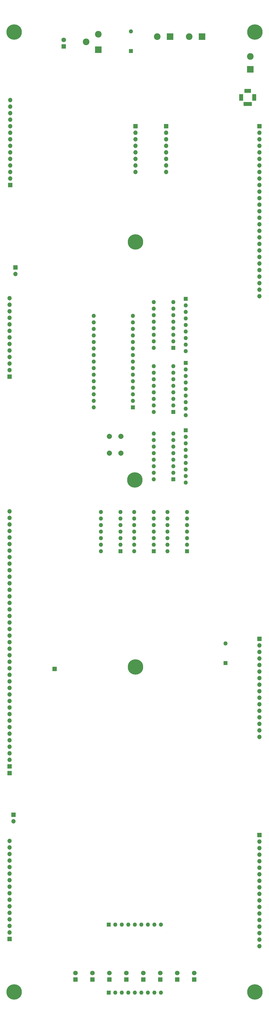
<source format=gbr>
%TF.GenerationSoftware,KiCad,Pcbnew,(5.1.10-1-10_14)*%
%TF.CreationDate,2021-07-31T10:33:50-04:00*%
%TF.ProjectId,bus,6275732e-6b69-4636-9164-5f7063625858,rev?*%
%TF.SameCoordinates,Original*%
%TF.FileFunction,Soldermask,Bot*%
%TF.FilePolarity,Negative*%
%FSLAX46Y46*%
G04 Gerber Fmt 4.6, Leading zero omitted, Abs format (unit mm)*
G04 Created by KiCad (PCBNEW (5.1.10-1-10_14)) date 2021-07-31 10:33:50*
%MOMM*%
%LPD*%
G01*
G04 APERTURE LIST*
%ADD10O,1.700000X1.700000*%
%ADD11R,1.700000X1.700000*%
%ADD12O,1.600000X1.600000*%
%ADD13R,1.600000X1.600000*%
%ADD14C,2.000000*%
%ADD15R,2.600000X1.500000*%
%ADD16R,3.300000X1.600000*%
%ADD17R,1.500000X2.600000*%
%ADD18C,0.800000*%
%ADD19C,6.000000*%
%ADD20R,2.600000X2.600000*%
%ADD21C,2.600000*%
%ADD22C,1.800000*%
%ADD23R,1.800000X1.800000*%
G04 APERTURE END LIST*
D10*
%TO.C,J4*%
X192024000Y-762000D03*
X192024000Y1778000D03*
X192024000Y4318000D03*
X192024000Y6858000D03*
X192024000Y9398000D03*
X192024000Y11938000D03*
X192024000Y14478000D03*
X192024000Y17018000D03*
X192024000Y19558000D03*
X192024000Y22098000D03*
X192024000Y24638000D03*
X192024000Y27178000D03*
X192024000Y29718000D03*
X192024000Y32258000D03*
X192024000Y34798000D03*
X192024000Y37338000D03*
X192024000Y39878000D03*
X192024000Y42418000D03*
X192024000Y44958000D03*
X192024000Y47498000D03*
X192024000Y50038000D03*
X192024000Y52578000D03*
X192024000Y55118000D03*
X192024000Y57658000D03*
X192024000Y60198000D03*
X192024000Y62738000D03*
D11*
X192024000Y65278000D03*
%TD*%
D12*
%TO.C,U6*%
X150876000Y-20828000D03*
X158496000Y-3048000D03*
X150876000Y-18288000D03*
X158496000Y-5588000D03*
X150876000Y-15748000D03*
X158496000Y-8128000D03*
X150876000Y-13208000D03*
X158496000Y-10668000D03*
X150876000Y-10668000D03*
X158496000Y-13208000D03*
X150876000Y-8128000D03*
X158496000Y-15748000D03*
X150876000Y-5588000D03*
X158496000Y-18288000D03*
X150876000Y-3048000D03*
D13*
X158496000Y-20828000D03*
%TD*%
D12*
%TO.C,U5*%
X150876000Y-45720000D03*
X158496000Y-27940000D03*
X150876000Y-43180000D03*
X158496000Y-30480000D03*
X150876000Y-40640000D03*
X158496000Y-33020000D03*
X150876000Y-38100000D03*
X158496000Y-35560000D03*
X150876000Y-35560000D03*
X158496000Y-38100000D03*
X150876000Y-33020000D03*
X158496000Y-40640000D03*
X150876000Y-30480000D03*
X158496000Y-43180000D03*
X150876000Y-27940000D03*
D13*
X158496000Y-45720000D03*
%TD*%
D12*
%TO.C,U1*%
X156210000Y-99822000D03*
X163830000Y-84582000D03*
X156210000Y-97282000D03*
X163830000Y-87122000D03*
X156210000Y-94742000D03*
X163830000Y-89662000D03*
X156210000Y-92202000D03*
X163830000Y-92202000D03*
X156210000Y-89662000D03*
X163830000Y-94742000D03*
X156210000Y-87122000D03*
X163830000Y-97282000D03*
X156210000Y-84582000D03*
D13*
X163830000Y-99822000D03*
%TD*%
D12*
%TO.C,RN5*%
X163322000Y-22098000D03*
X163322000Y-19558000D03*
X163322000Y-17018000D03*
X163322000Y-14478000D03*
X163322000Y-11938000D03*
X163322000Y-9398000D03*
X163322000Y-6858000D03*
X163322000Y-4318000D03*
D13*
X163322000Y-1778000D03*
%TD*%
D12*
%TO.C,RN4*%
X163322000Y-46990000D03*
X163322000Y-44450000D03*
X163322000Y-41910000D03*
X163322000Y-39370000D03*
X163322000Y-36830000D03*
X163322000Y-34290000D03*
X163322000Y-31750000D03*
X163322000Y-29210000D03*
D13*
X163322000Y-26670000D03*
%TD*%
D12*
%TO.C,RN3*%
X163322000Y-73152000D03*
X163322000Y-70612000D03*
X163322000Y-68072000D03*
X163322000Y-65532000D03*
X163322000Y-62992000D03*
X163322000Y-60452000D03*
X163322000Y-57912000D03*
X163322000Y-55372000D03*
D13*
X163322000Y-52832000D03*
%TD*%
D10*
%TO.C,J10*%
X192024000Y-253238000D03*
X192024000Y-250698000D03*
X192024000Y-248158000D03*
X192024000Y-245618000D03*
X192024000Y-243078000D03*
X192024000Y-240538000D03*
X192024000Y-237998000D03*
X192024000Y-235458000D03*
X192024000Y-232918000D03*
X192024000Y-230378000D03*
X192024000Y-227838000D03*
X192024000Y-225298000D03*
X192024000Y-222758000D03*
X192024000Y-220218000D03*
X192024000Y-217678000D03*
X192024000Y-215138000D03*
X192024000Y-212598000D03*
D11*
X192024000Y-210058000D03*
%TD*%
D10*
%TO.C,J19*%
X143764000Y47498000D03*
X143764000Y50038000D03*
X143764000Y52578000D03*
X143764000Y55118000D03*
X143764000Y57658000D03*
X143764000Y60198000D03*
X143764000Y62738000D03*
D11*
X143764000Y65278000D03*
%TD*%
D12*
%TO.C,SW3*%
X178816000Y-135636000D03*
D13*
X178816000Y-143256000D03*
%TD*%
D11*
%TO.C,J18*%
X112268000Y-145542000D03*
%TD*%
D12*
%TO.C,U4*%
X150876000Y-71882000D03*
X158496000Y-54102000D03*
X150876000Y-69342000D03*
X158496000Y-56642000D03*
X150876000Y-66802000D03*
X158496000Y-59182000D03*
X150876000Y-64262000D03*
X158496000Y-61722000D03*
X150876000Y-61722000D03*
X158496000Y-64262000D03*
X150876000Y-59182000D03*
X158496000Y-66802000D03*
X150876000Y-56642000D03*
X158496000Y-69342000D03*
X150876000Y-54102000D03*
D13*
X158496000Y-71882000D03*
%TD*%
D12*
%TO.C,U3*%
X143256000Y-99822000D03*
X150876000Y-84582000D03*
X143256000Y-97282000D03*
X150876000Y-87122000D03*
X143256000Y-94742000D03*
X150876000Y-89662000D03*
X143256000Y-92202000D03*
X150876000Y-92202000D03*
X143256000Y-89662000D03*
X150876000Y-94742000D03*
X143256000Y-87122000D03*
X150876000Y-97282000D03*
X143256000Y-84582000D03*
D13*
X150876000Y-99822000D03*
%TD*%
D12*
%TO.C,U2*%
X130302000Y-99822000D03*
X137922000Y-84582000D03*
X130302000Y-97282000D03*
X137922000Y-87122000D03*
X130302000Y-94742000D03*
X137922000Y-89662000D03*
X130302000Y-92202000D03*
X137922000Y-92202000D03*
X130302000Y-89662000D03*
X137922000Y-94742000D03*
X130302000Y-87122000D03*
X137922000Y-97282000D03*
X130302000Y-84582000D03*
D13*
X137922000Y-99822000D03*
%TD*%
D14*
%TO.C,SW2*%
X133604000Y-55222000D03*
X138104000Y-55222000D03*
X133604000Y-61722000D03*
X138104000Y-61722000D03*
%TD*%
D11*
%TO.C,J17*%
X94740000Y-186030000D03*
%TD*%
D12*
%TO.C,A1*%
X127508000Y-8382000D03*
X142748000Y-8382000D03*
X127508000Y-43942000D03*
X142748000Y-10922000D03*
X127508000Y-41402000D03*
X142748000Y-13462000D03*
X127508000Y-38862000D03*
X142748000Y-16002000D03*
X127508000Y-36322000D03*
X142748000Y-18542000D03*
X127508000Y-33782000D03*
X142748000Y-21082000D03*
X127508000Y-31242000D03*
X142748000Y-23622000D03*
X127508000Y-28702000D03*
X142748000Y-26162000D03*
X127508000Y-26162000D03*
X142748000Y-28702000D03*
X127508000Y-23622000D03*
X142748000Y-31242000D03*
X127508000Y-21082000D03*
X142748000Y-33782000D03*
X127508000Y-18542000D03*
X142748000Y-36322000D03*
X127508000Y-16002000D03*
X142748000Y-38862000D03*
X127508000Y-13462000D03*
X142748000Y-41402000D03*
X127508000Y-10922000D03*
D13*
X142748000Y-43942000D03*
%TD*%
D10*
%TO.C,J16*%
X97028000Y7874000D03*
D11*
X97028000Y10414000D03*
%TD*%
D10*
%TO.C,J8*%
X96266000Y-204724000D03*
D11*
X96266000Y-202184000D03*
%TD*%
D15*
%TO.C,J6*%
X187452000Y78994000D03*
D16*
X187452000Y73914000D03*
D17*
X184912000Y76454000D03*
X189992000Y76454000D03*
%TD*%
D10*
%TO.C,J3*%
X94742000Y-84328000D03*
X94742000Y-86868000D03*
X94742000Y-89408000D03*
X94742000Y-91948000D03*
X94742000Y-94488000D03*
X94742000Y-97028000D03*
X94742000Y-99568000D03*
X94742000Y-102108000D03*
X94742000Y-104648000D03*
X94742000Y-107188000D03*
X94742000Y-109728000D03*
X94742000Y-112268000D03*
X94742000Y-114808000D03*
X94742000Y-117348000D03*
X94742000Y-119888000D03*
X94742000Y-122428000D03*
X94742000Y-124968000D03*
X94742000Y-127508000D03*
X94742000Y-130048000D03*
X94742000Y-132588000D03*
X94742000Y-135128000D03*
X94742000Y-137668000D03*
X94742000Y-140208000D03*
X94742000Y-142748000D03*
X94742000Y-145288000D03*
X94742000Y-147828000D03*
X94742000Y-150368000D03*
X94742000Y-152908000D03*
X94742000Y-155448000D03*
X94742000Y-157988000D03*
X94742000Y-160528000D03*
X94742000Y-163068000D03*
X94742000Y-165608000D03*
X94742000Y-168148000D03*
X94742000Y-170688000D03*
X94742000Y-173228000D03*
X94742000Y-175768000D03*
X94742000Y-178308000D03*
X94742000Y-180848000D03*
D11*
X94742000Y-183388000D03*
%TD*%
D18*
%TO.C,REF\u002A\u002A*%
X145354990Y21910990D03*
X143764000Y22570000D03*
X142173010Y21910990D03*
X141514000Y20320000D03*
X142173010Y18729010D03*
X143764000Y18070000D03*
X145354990Y18729010D03*
X146014000Y20320000D03*
D19*
X143764000Y20320000D03*
%TD*%
D10*
%TO.C,J9*%
X155702000Y47498000D03*
X155702000Y50038000D03*
X155702000Y52578000D03*
X155702000Y55118000D03*
X155702000Y57658000D03*
X155702000Y60198000D03*
X155702000Y62738000D03*
D11*
X155702000Y65278000D03*
%TD*%
D20*
%TO.C,J5*%
X188468000Y87376000D03*
D21*
X188468000Y92376000D03*
%TD*%
D12*
%TO.C,RN2*%
X153670000Y-244856000D03*
X151130000Y-244856000D03*
X148590000Y-244856000D03*
X146050000Y-244856000D03*
X143510000Y-244856000D03*
X140970000Y-244856000D03*
X138430000Y-244856000D03*
X135890000Y-244856000D03*
D13*
X133350000Y-244856000D03*
%TD*%
D12*
%TO.C,SW1*%
X141986000Y102108000D03*
D13*
X141986000Y94488000D03*
%TD*%
D22*
%TO.C,D9*%
X115824000Y98806000D03*
D23*
X115824000Y96266000D03*
%TD*%
D20*
%TO.C,J12*%
X169672000Y100076000D03*
D21*
X164672000Y100076000D03*
%TD*%
D20*
%TO.C,J11*%
X157226000Y100076000D03*
D21*
X152226000Y100076000D03*
%TD*%
D10*
%TO.C,J2*%
X94996000Y75438000D03*
X94996000Y72898000D03*
X94996000Y70358000D03*
X94996000Y67818000D03*
X94996000Y65278000D03*
X94996000Y62738000D03*
X94996000Y60198000D03*
X94996000Y57658000D03*
X94996000Y55118000D03*
X94996000Y52578000D03*
X94996000Y50038000D03*
X94996000Y47498000D03*
X94996000Y44958000D03*
D11*
X94996000Y42418000D03*
%TD*%
D21*
%TO.C,J1*%
X124586000Y97996000D03*
X129286000Y100996000D03*
D20*
X129286000Y94996000D03*
%TD*%
D10*
%TO.C,J7*%
X94742000Y-1524000D03*
X94742000Y-4064000D03*
X94742000Y-6604000D03*
X94742000Y-9144000D03*
X94742000Y-11684000D03*
X94742000Y-14224000D03*
X94742000Y-16764000D03*
X94742000Y-19304000D03*
X94742000Y-21844000D03*
X94742000Y-24384000D03*
X94742000Y-26924000D03*
X94742000Y-29464000D03*
D11*
X94742000Y-32004000D03*
%TD*%
D12*
%TO.C,RN1*%
X153670000Y-271272000D03*
X151130000Y-271272000D03*
X148590000Y-271272000D03*
X146050000Y-271272000D03*
X143510000Y-271272000D03*
X140970000Y-271272000D03*
X138430000Y-271272000D03*
X135890000Y-271272000D03*
D13*
X133350000Y-271272000D03*
%TD*%
D22*
%TO.C,D8*%
X120396000Y-263652000D03*
D23*
X120396000Y-266192000D03*
%TD*%
D22*
%TO.C,D7*%
X127000000Y-263652000D03*
D23*
X127000000Y-266192000D03*
%TD*%
D22*
%TO.C,D6*%
X133604000Y-263652000D03*
D23*
X133604000Y-266192000D03*
%TD*%
D22*
%TO.C,D5*%
X140208000Y-263652000D03*
D23*
X140208000Y-266192000D03*
%TD*%
D22*
%TO.C,D4*%
X146812000Y-263652000D03*
D23*
X146812000Y-266192000D03*
%TD*%
D22*
%TO.C,D3*%
X153416000Y-263652000D03*
D23*
X153416000Y-266192000D03*
%TD*%
D22*
%TO.C,D2*%
X160020000Y-263652000D03*
D23*
X160020000Y-266192000D03*
%TD*%
D22*
%TO.C,D1*%
X166624000Y-263652000D03*
D23*
X166624000Y-266192000D03*
%TD*%
D10*
%TO.C,J15*%
X192024000Y-171958000D03*
X192024000Y-169418000D03*
X192024000Y-166878000D03*
X192024000Y-164338000D03*
X192024000Y-161798000D03*
X192024000Y-159258000D03*
X192024000Y-156718000D03*
X192024000Y-154178000D03*
X192024000Y-151638000D03*
X192024000Y-149098000D03*
X192024000Y-146558000D03*
X192024000Y-144018000D03*
X192024000Y-141478000D03*
X192024000Y-138938000D03*
X192024000Y-136398000D03*
D11*
X192024000Y-133858000D03*
%TD*%
D10*
%TO.C,J14*%
X94742000Y-212344000D03*
X94742000Y-214884000D03*
X94742000Y-217424000D03*
X94742000Y-219964000D03*
X94742000Y-222504000D03*
X94742000Y-225044000D03*
X94742000Y-227584000D03*
X94742000Y-230124000D03*
X94742000Y-232664000D03*
X94742000Y-235204000D03*
X94742000Y-237744000D03*
X94742000Y-240284000D03*
X94742000Y-242824000D03*
X94742000Y-245364000D03*
X94742000Y-247904000D03*
D11*
X94742000Y-250444000D03*
%TD*%
D19*
%TO.C,REF\u002A\u002A*%
X143510000Y-72136000D03*
D18*
X145760000Y-72136000D03*
X145100990Y-73726990D03*
X143510000Y-74386000D03*
X141919010Y-73726990D03*
X141260000Y-72136000D03*
X141919010Y-70545010D03*
X143510000Y-69886000D03*
X145100990Y-70545010D03*
%TD*%
%TO.C,REF\u002A\u002A*%
X145354990Y-143189010D03*
X143764000Y-142530000D03*
X142173010Y-143189010D03*
X141514000Y-144780000D03*
X142173010Y-146370990D03*
X143764000Y-147030000D03*
X145354990Y-146370990D03*
X146014000Y-144780000D03*
D19*
X143764000Y-144780000D03*
%TD*%
D18*
%TO.C,REF\u002A\u002A*%
X191836990Y-269427010D03*
X190246000Y-268768000D03*
X188655010Y-269427010D03*
X187996000Y-271018000D03*
X188655010Y-272608990D03*
X190246000Y-273268000D03*
X191836990Y-272608990D03*
X192496000Y-271018000D03*
D19*
X190246000Y-271018000D03*
%TD*%
%TO.C,REF\u002A\u002A*%
X96520000Y-271018000D03*
D18*
X98770000Y-271018000D03*
X98110990Y-272608990D03*
X96520000Y-273268000D03*
X94929010Y-272608990D03*
X94270000Y-271018000D03*
X94929010Y-269427010D03*
X96520000Y-268768000D03*
X98110990Y-269427010D03*
%TD*%
D19*
%TO.C,REF\u002A\u002A*%
X190246000Y101854000D03*
D18*
X192496000Y101854000D03*
X191836990Y100263010D03*
X190246000Y99604000D03*
X188655010Y100263010D03*
X187996000Y101854000D03*
X188655010Y103444990D03*
X190246000Y104104000D03*
X191836990Y103444990D03*
%TD*%
%TO.C,REF\u002A\u002A*%
X98110990Y103444990D03*
X96520000Y104104000D03*
X94929010Y103444990D03*
X94270000Y101854000D03*
X94929010Y100263010D03*
X96520000Y99604000D03*
X98110990Y100263010D03*
X98770000Y101854000D03*
D19*
X96520000Y101854000D03*
%TD*%
M02*

</source>
